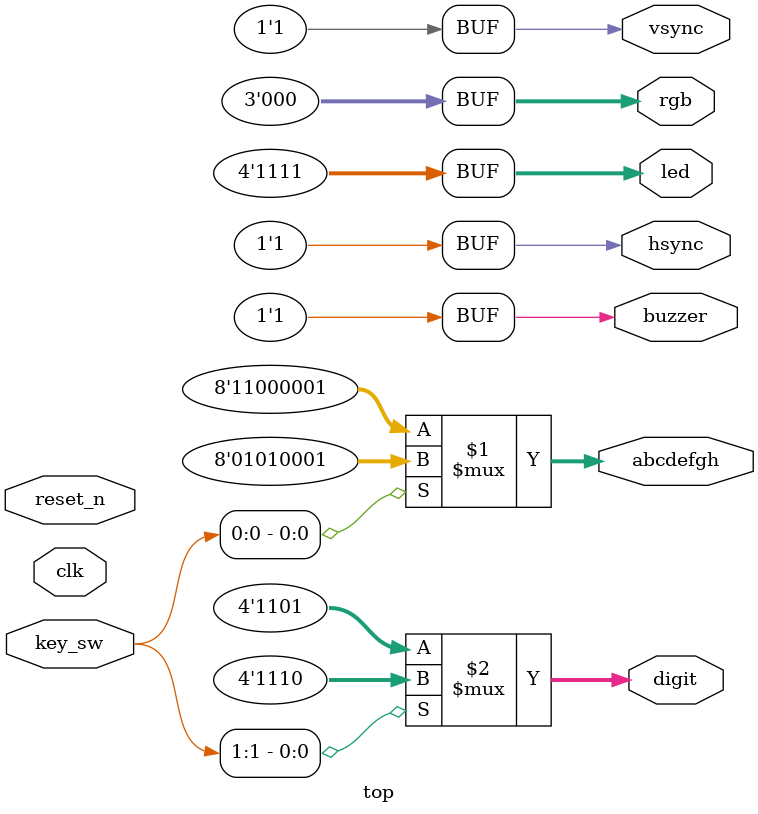
<source format=sv>
module top
(
    input        clk,
    input        reset_n,

    input  [3:0] key_sw,
    output [3:0] led,

    output [7:0] abcdefgh,
    output [3:0] digit,

    output       buzzer,

    output       hsync,
    output       vsync,
    output [2:0] rgb
);

    assign led    = 4'hf;
    assign buzzer = 1'b1;
    assign hsync  = 1'b1;
    assign vsync  = 1'b1;
    assign rgb    = 3'b0;

    //   --a--
    //  |     |
    //  f     b
    //  |     |
    //   --g--
    //  |     |
    //  e     c
    //  |     |
    //   --d--  h
    //
    //  0 means light

    typedef enum bit [7:0]
    {
        A = 8'b00010001,
        B = 8'b11000001,
        C = 8'b01100011,
        K = 8'b01010001,
        U = 8'b10000011
    }
    seven_seg_encoding_e;

    assign abcdefgh = key_sw [0] ? K : B;
    assign digit    = key_sw [1] ? 4'b1110 : 4'b1101;

    // Exercise 1: Display the first letters
    // of your first name and last name instead.

    // assign abcdefgh = ...
    // assign digit    = ...

    // Exercise 2: Display letters of a 4-character word
    // using this code to display letter of AUCA as an example

    /*
    seven_seg_encoding_e letter;

    always_comb
      case (key_sw)
      4'b0111: letter = A;
      4'b1011: letter = U;
      4'b1101: letter = C;
      4'b1110: letter = A;
      default: letter = K;
      endcase

    assign abcdefgh = letter;
    assign digit    = key_sw == 4'b1111 ? 4'b0000 : key_sw;
    */

endmodule

</source>
